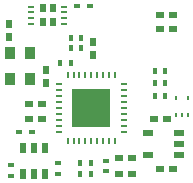
<source format=gtp>
G04 #@! TF.FileFunction,Paste,Top*
%FSLAX46Y46*%
G04 Gerber Fmt 4.6, Leading zero omitted, Abs format (unit mm)*
G04 Created by KiCad (PCBNEW 4.0.7) date 2018. July 01., Sunday 21:28:52*
%MOMM*%
%LPD*%
G01*
G04 APERTURE LIST*
%ADD10C,0.150000*%
%ADD11R,0.320000X0.480000*%
%ADD12R,0.480000X0.320000*%
%ADD13R,0.480000X0.400000*%
%ADD14R,0.560000X0.200000*%
%ADD15R,0.498000X0.714000*%
%ADD16R,0.520000X0.848000*%
%ADD17R,0.240000X0.360000*%
%ADD18R,0.640080X0.558800*%
%ADD19R,0.599440X0.239776*%
%ADD20R,0.239776X0.599440*%
%ADD21R,3.279648X3.279648*%
%ADD22R,0.959104X0.495808*%
%ADD23R,0.955040X1.117600*%
%ADD24R,0.558800X0.640080*%
G04 APERTURE END LIST*
D10*
D11*
X-5174400Y-6007100D03*
X-4274400Y-6007100D03*
D12*
X-2997200Y-6711100D03*
X-2997200Y-5811100D03*
D11*
X-5174400Y-6921500D03*
X-4274400Y-6921500D03*
X-6001600Y2476500D03*
X-6901600Y2476500D03*
X1124800Y800100D03*
X2024800Y800100D03*
X1124800Y1816100D03*
X2024800Y1816100D03*
X1124800Y-317500D03*
X2024800Y-317500D03*
D12*
X-11074400Y-7066700D03*
X-11074400Y-6166700D03*
X-7112000Y-6914300D03*
X-7112000Y-6014300D03*
D11*
X-5087200Y4610100D03*
X-5987200Y4610100D03*
X-5087200Y3695700D03*
X-5987200Y3695700D03*
D13*
X-9263200Y-3416300D03*
X-10363200Y-3416300D03*
D14*
X-9324800Y7239700D03*
X-9324800Y6739700D03*
X-9324800Y6239700D03*
X-9324800Y5739700D03*
X-6524800Y5739700D03*
X-6524800Y6239700D03*
X-6524800Y6739700D03*
X-6524800Y7239700D03*
D15*
X-7509800Y5894700D03*
X-7509800Y7084700D03*
X-8339800Y5894700D03*
X-8339800Y7084700D03*
D16*
X-10043200Y-6903900D03*
X-9093200Y-6903900D03*
X-8143200Y-6903900D03*
X-8143200Y-4703900D03*
X-10043200Y-4703900D03*
X-9093200Y-4703900D03*
D13*
X-4326800Y7251700D03*
X-5426800Y7251700D03*
D17*
X2903600Y-1931900D03*
X3903600Y-1931900D03*
X2903600Y-531900D03*
X3403600Y-1931900D03*
X3903600Y-531900D03*
D18*
X2649220Y-6515100D03*
X1551940Y-6515100D03*
X-1897380Y-5549900D03*
X-800100Y-5549900D03*
D19*
X-7025640Y652780D03*
X-7025640Y152400D03*
X-7025640Y-347980D03*
X-7025640Y-848360D03*
X-7025640Y-1348740D03*
X-7025640Y-1849120D03*
X-7025640Y-2349500D03*
X-7025640Y-2849880D03*
X-7025640Y-3350260D03*
D20*
X-6250940Y-4124960D03*
X-5750560Y-4124960D03*
X-5250180Y-4124960D03*
X-4749800Y-4124960D03*
X-4249420Y-4124960D03*
X-3749040Y-4124960D03*
X-3248660Y-4124960D03*
X-2748280Y-4124960D03*
X-2247900Y-4124960D03*
D19*
X-1473200Y-3350260D03*
X-1473200Y-2849880D03*
X-1473200Y-2349500D03*
X-1473200Y-1849120D03*
X-1473200Y-1348740D03*
X-1473200Y-848360D03*
X-1473200Y-347980D03*
X-1473200Y152400D03*
X-1473200Y652780D03*
D20*
X-2247900Y1427480D03*
X-2748280Y1427480D03*
X-3248660Y1427480D03*
X-3749040Y1427480D03*
X-4249420Y1427480D03*
X-4749800Y1427480D03*
X-5250180Y1427480D03*
X-5750560Y1427480D03*
X-6250940Y1427480D03*
D21*
X-4249420Y-1348740D03*
D22*
X3159760Y-5331460D03*
X3159760Y-4381500D03*
X3159760Y-3431540D03*
X523240Y-3431540D03*
X523240Y-5331460D03*
D23*
X-11112500Y3271520D03*
X-9410700Y3271520D03*
X-9410700Y1071880D03*
X-11112500Y1071880D03*
D18*
X-8442960Y-977900D03*
X-9540240Y-977900D03*
D24*
X-8128000Y810260D03*
X-8128000Y1907540D03*
D18*
X2674620Y6550660D03*
X1577340Y6550660D03*
D24*
X-4100000Y3147860D03*
X-4100000Y4245140D03*
D18*
X-8442960Y-2247900D03*
X-9540240Y-2247900D03*
D24*
X-11226800Y4671060D03*
X-11226800Y5768340D03*
D18*
X-800100Y-6949440D03*
X-1897380Y-6949440D03*
X2674620Y5300980D03*
X1577340Y5300980D03*
X1026160Y-2298700D03*
X2123440Y-2298700D03*
M02*

</source>
